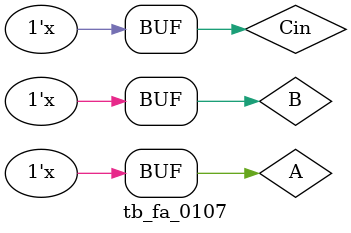
<source format=v>
module tb_fa_0107;

reg A, B, Cin;
wire Sum, Cout;

fa_0107 uut(
	.A(A),
	.B(B),
	.Cin(Cin),
	.Sum(Sum),
	.Cout(Cout)
);

initial begin
	A = 0;
	B = 0;
	Cin = 0;
end

always #(50) begin
	Cin = ~Cin;
end

always #(100) begin
	B = ~B;
end

always #(200) begin
	A = ~A;
end

endmodule

</source>
